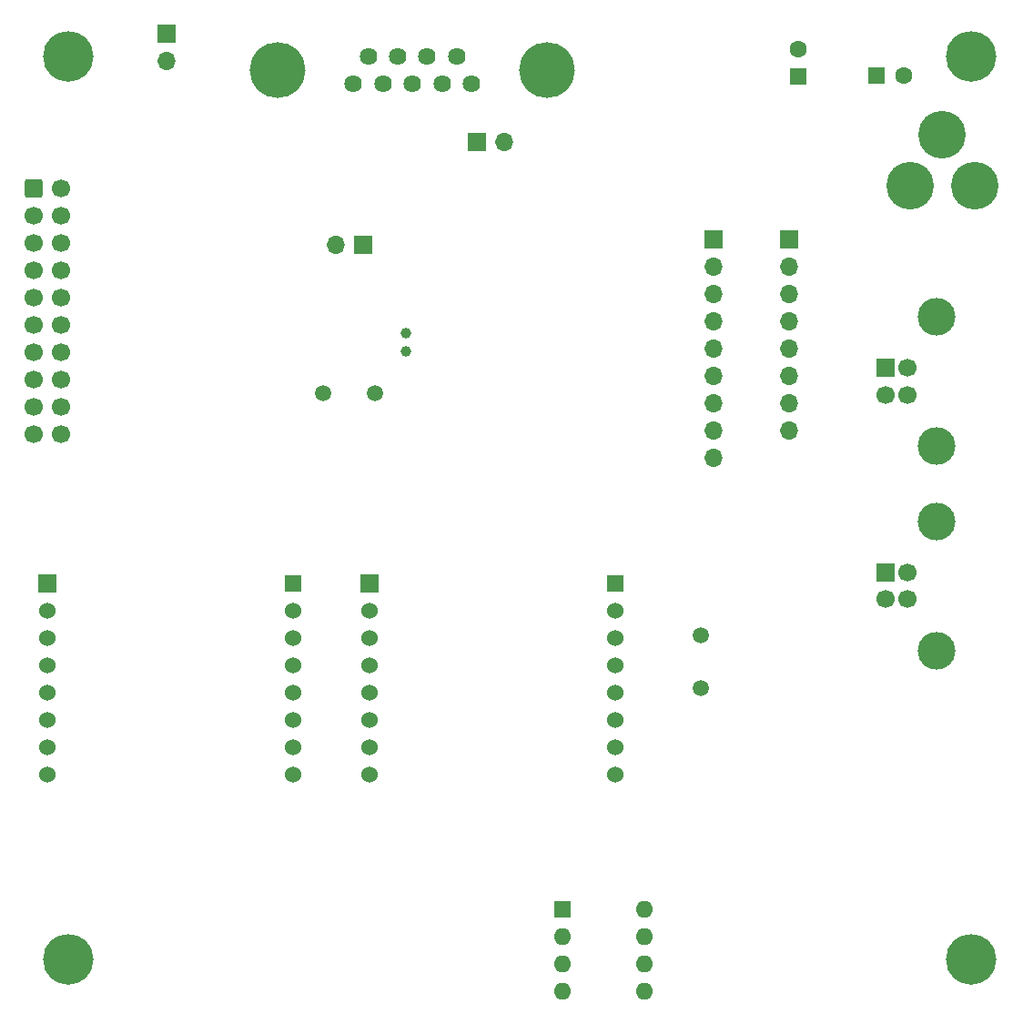
<source format=gbs>
G04 #@! TF.GenerationSoftware,KiCad,Pcbnew,8.0.6*
G04 #@! TF.CreationDate,2025-01-17T22:38:05-05:00*
G04 #@! TF.ProjectId,board_stm32_rev2,626f6172-645f-4737-946d-33325f726576,rev?*
G04 #@! TF.SameCoordinates,Original*
G04 #@! TF.FileFunction,Soldermask,Bot*
G04 #@! TF.FilePolarity,Negative*
%FSLAX46Y46*%
G04 Gerber Fmt 4.6, Leading zero omitted, Abs format (unit mm)*
G04 Created by KiCad (PCBNEW 8.0.6) date 2025-01-17 22:38:05*
%MOMM*%
%LPD*%
G01*
G04 APERTURE LIST*
G04 Aperture macros list*
%AMRoundRect*
0 Rectangle with rounded corners*
0 $1 Rounding radius*
0 $2 $3 $4 $5 $6 $7 $8 $9 X,Y pos of 4 corners*
0 Add a 4 corners polygon primitive as box body*
4,1,4,$2,$3,$4,$5,$6,$7,$8,$9,$2,$3,0*
0 Add four circle primitives for the rounded corners*
1,1,$1+$1,$2,$3*
1,1,$1+$1,$4,$5*
1,1,$1+$1,$6,$7*
1,1,$1+$1,$8,$9*
0 Add four rect primitives between the rounded corners*
20,1,$1+$1,$2,$3,$4,$5,0*
20,1,$1+$1,$4,$5,$6,$7,0*
20,1,$1+$1,$6,$7,$8,$9,0*
20,1,$1+$1,$8,$9,$2,$3,0*%
G04 Aperture macros list end*
%ADD10C,4.700000*%
%ADD11R,1.700000X1.700000*%
%ADD12C,1.700000*%
%ADD13C,3.500000*%
%ADD14C,4.419600*%
%ADD15RoundRect,0.250000X-0.600000X-0.600000X0.600000X-0.600000X0.600000X0.600000X-0.600000X0.600000X0*%
%ADD16R,1.676400X1.676400*%
%ADD17C,1.524000*%
%ADD18R,1.524000X1.524000*%
%ADD19R,1.600000X1.600000*%
%ADD20O,1.600000X1.600000*%
%ADD21C,1.500000*%
%ADD22C,1.000000*%
%ADD23O,1.700000X1.700000*%
%ADD24C,1.600000*%
%ADD25C,1.625600*%
%ADD26C,5.181600*%
G04 APERTURE END LIST*
D10*
X88000000Y-58000000D03*
X172000000Y-58000000D03*
X88000000Y-142000000D03*
X172000000Y-142000000D03*
D11*
X164000000Y-87000000D03*
D12*
X164000000Y-89500000D03*
X166000000Y-89500000D03*
X166000000Y-87000000D03*
D13*
X168710000Y-82230000D03*
X168710000Y-94270000D03*
D14*
X172300000Y-70000000D03*
X169300000Y-65300000D03*
X166300000Y-70000000D03*
D15*
X84744600Y-70284400D03*
D12*
X87284600Y-70284400D03*
X84744600Y-72824400D03*
X87284600Y-72824400D03*
X84744600Y-75364400D03*
X87284600Y-75364400D03*
X84744600Y-77904400D03*
X87284600Y-77904400D03*
X84744600Y-80444400D03*
X87284600Y-80444400D03*
X84744600Y-82984400D03*
X87284600Y-82984400D03*
X84744600Y-85524400D03*
X87284600Y-85524400D03*
X84744600Y-88064400D03*
X87284600Y-88064400D03*
X84744600Y-90604400D03*
X87284600Y-90604400D03*
X84744600Y-93144400D03*
X87284600Y-93144400D03*
D16*
X116000000Y-107000000D03*
D17*
X116000000Y-109540000D03*
X116000000Y-112080000D03*
X116000000Y-114620000D03*
X116000000Y-117160000D03*
X116000000Y-119700000D03*
X116000000Y-122240000D03*
X116000000Y-124780000D03*
X138860000Y-124780000D03*
X138860000Y-122240000D03*
X138860000Y-119700000D03*
X138860000Y-117160000D03*
X138860000Y-114620000D03*
X138860000Y-112080000D03*
X138860000Y-109540000D03*
D18*
X138860000Y-107000000D03*
D16*
X86000000Y-107000000D03*
D17*
X86000000Y-109540000D03*
X86000000Y-112080000D03*
X86000000Y-114620000D03*
X86000000Y-117160000D03*
X86000000Y-119700000D03*
X86000000Y-122240000D03*
X86000000Y-124780000D03*
X108860000Y-124780000D03*
X108860000Y-122240000D03*
X108860000Y-119700000D03*
X108860000Y-117160000D03*
X108860000Y-114620000D03*
X108860000Y-112080000D03*
X108860000Y-109540000D03*
D18*
X108860000Y-107000000D03*
D19*
X133970000Y-137315000D03*
D20*
X133970000Y-139855000D03*
X133970000Y-142395000D03*
X133970000Y-144935000D03*
X141590000Y-144935000D03*
X141590000Y-142395000D03*
X141590000Y-139855000D03*
X141590000Y-137315000D03*
D21*
X111650000Y-89350000D03*
X116530000Y-89350000D03*
D22*
X119364800Y-83771800D03*
X119364800Y-85471800D03*
D21*
X146800000Y-116730000D03*
X146800000Y-111850000D03*
D11*
X164000000Y-106000000D03*
D12*
X164000000Y-108500000D03*
X166000000Y-108500000D03*
X166000000Y-106000000D03*
D13*
X168710000Y-101230000D03*
X168710000Y-113270000D03*
D11*
X115425000Y-75500000D03*
D23*
X112885000Y-75500000D03*
D19*
X155850000Y-59850000D03*
D24*
X155850000Y-57350000D03*
D11*
X126000000Y-66000000D03*
D23*
X128540000Y-66000000D03*
D11*
X155000000Y-75000000D03*
D23*
X155000000Y-77540000D03*
X155000000Y-80080000D03*
X155000000Y-82620000D03*
X155000000Y-85160000D03*
X155000000Y-87700000D03*
X155000000Y-90240000D03*
X155000000Y-92780000D03*
D25*
X114513600Y-60570000D03*
X117256800Y-60570000D03*
X120000000Y-60570000D03*
X122743200Y-60570000D03*
X125486400Y-60570000D03*
X115885200Y-58030000D03*
X118628400Y-58030000D03*
X121371600Y-58030000D03*
X124114800Y-58030000D03*
D26*
X107477800Y-59300000D03*
X132522200Y-59300000D03*
D11*
X148000000Y-75000000D03*
D23*
X148000000Y-77540000D03*
X148000000Y-80080000D03*
X148000000Y-82620000D03*
X148000000Y-85160000D03*
X148000000Y-87700000D03*
X148000000Y-90240000D03*
X148000000Y-92780000D03*
X148000000Y-95320000D03*
D11*
X97150000Y-55850000D03*
D23*
X97150000Y-58390000D03*
D19*
X163167600Y-59800000D03*
D24*
X165667600Y-59800000D03*
M02*

</source>
